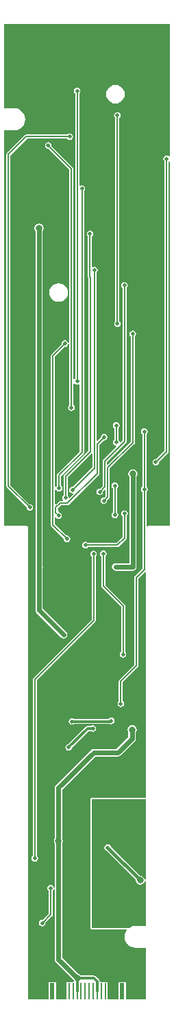
<source format=gbl>
%FSLAX25Y25*%
%MOIN*%
G70*
G01*
G75*
G04 Layer_Physical_Order=2*
G04 Layer_Color=16711680*
%ADD10R,0.03543X0.03150*%
%ADD11R,0.03543X0.03150*%
%ADD12R,0.03150X0.03543*%
%ADD13R,0.03150X0.03543*%
%ADD14R,0.02756X0.02362*%
%ADD15R,0.02362X0.02756*%
%ADD16R,0.02165X0.02559*%
%ADD17R,0.03150X0.02559*%
%ADD18R,0.13386X0.02756*%
%ADD19R,0.07480X0.06299*%
%ADD20R,0.01575X0.03937*%
%ADD21R,0.07874X0.10000*%
%ADD22R,0.02756X0.06102*%
%ADD23R,0.02756X0.13386*%
%ADD24R,0.06299X0.07480*%
%ADD25R,0.03150X0.03937*%
%ADD26C,0.05906*%
%ADD27R,0.05118X0.15748*%
%ADD28R,0.02362X0.00787*%
%ADD29R,0.03150X0.00787*%
%ADD30R,0.00787X0.02362*%
%ADD31R,0.00787X0.03150*%
%ADD32R,0.05118X0.05118*%
%ADD33R,0.01063X0.07874*%
%ADD34R,0.02362X0.07874*%
%ADD35R,0.01181X0.07874*%
%ADD36O,0.01181X0.07874*%
%ADD37R,0.02559X0.02165*%
%ADD38R,0.03937X0.03150*%
%ADD39C,0.00787*%
%ADD40C,0.01181*%
%ADD41C,0.01000*%
%ADD42C,0.02362*%
%ADD43C,0.01575*%
%ADD44C,0.01969*%
%ADD45C,0.03150*%
G36*
X81674Y-64995D02*
X81214Y-65302D01*
X80693Y-64954D01*
X80079Y-64831D01*
X79464Y-64954D01*
X78943Y-65302D01*
X78595Y-65823D01*
X78473Y-66437D01*
X78595Y-67052D01*
X78943Y-67572D01*
X79075Y-67660D01*
Y-208403D01*
X74996Y-212483D01*
X74810Y-212446D01*
X74195Y-212568D01*
X73675Y-212916D01*
X73327Y-213437D01*
X73204Y-214052D01*
X73327Y-214666D01*
X73675Y-215187D01*
X74195Y-215535D01*
X74810Y-215657D01*
X75424Y-215535D01*
X75945Y-215187D01*
X76293Y-214666D01*
X76416Y-214052D01*
X76391Y-213926D01*
X80788Y-209528D01*
X81006Y-209203D01*
X81082Y-208819D01*
X81082Y-208819D01*
X81082Y-208819D01*
Y-208819D01*
Y-68015D01*
X81523Y-67779D01*
X81674Y-67879D01*
Y-245060D01*
X70866D01*
X70642Y-245104D01*
X70256Y-244787D01*
Y-228428D01*
X70387Y-228340D01*
X70735Y-227819D01*
X70858Y-227205D01*
X70735Y-226590D01*
X70387Y-226069D01*
X70256Y-225981D01*
Y-200397D01*
X70387Y-200309D01*
X70735Y-199788D01*
X70858Y-199173D01*
X70735Y-198559D01*
X70387Y-198038D01*
X69866Y-197690D01*
X69252Y-197568D01*
X68638Y-197690D01*
X68117Y-198038D01*
X67769Y-198559D01*
X67646Y-199173D01*
X67769Y-199788D01*
X68117Y-200309D01*
X68248Y-200397D01*
Y-225981D01*
X68117Y-226069D01*
X67769Y-226590D01*
X67646Y-227205D01*
X67769Y-227819D01*
X68117Y-228340D01*
X68248Y-228428D01*
Y-265765D01*
X64645Y-269369D01*
X64427Y-269695D01*
X64351Y-270079D01*
X64351Y-270079D01*
X64351D01*
X64351Y-270079D01*
X64351D01*
Y-312478D01*
X57066Y-319763D01*
X56849Y-320088D01*
X56772Y-320472D01*
X56772Y-320472D01*
X56772D01*
X56772Y-320472D01*
X56772D01*
Y-330273D01*
X56640Y-330361D01*
X56292Y-330882D01*
X56170Y-331496D01*
X56292Y-332111D01*
X56640Y-332631D01*
X57161Y-332979D01*
X57776Y-333102D01*
X58390Y-332979D01*
X58911Y-332631D01*
X59259Y-332111D01*
X59381Y-331496D01*
X59259Y-330882D01*
X58911Y-330361D01*
X58779Y-330273D01*
Y-320888D01*
X66064Y-313603D01*
X66281Y-313278D01*
X66358Y-312894D01*
X66358Y-312894D01*
X66358Y-312894D01*
Y-312894D01*
Y-270494D01*
X69401Y-267452D01*
X69863Y-267643D01*
Y-377313D01*
X43504D01*
X43052Y-377501D01*
X42865Y-377953D01*
Y-440551D01*
X43052Y-441003D01*
X43504Y-441190D01*
X60529D01*
X60750Y-441639D01*
X60318Y-442202D01*
X59782Y-443495D01*
X59600Y-444882D01*
X59782Y-446270D01*
X60318Y-447563D01*
X61170Y-448673D01*
X62280Y-449525D01*
X63573Y-450060D01*
X64961Y-450243D01*
Y-450216D01*
X69863D01*
Y-475375D01*
X60210D01*
Y-466812D01*
X56666D01*
Y-475375D01*
X51410D01*
Y-466812D01*
X48673D01*
X47556Y-466589D01*
X47464Y-466128D01*
X47203Y-465737D01*
X47203Y-465737D01*
X45496Y-464030D01*
X45105Y-463769D01*
X44644Y-463678D01*
X44644Y-463678D01*
X38360D01*
X38122Y-463321D01*
X37406Y-462842D01*
X36994Y-462760D01*
X29287Y-455053D01*
Y-399221D01*
X29480Y-398931D01*
X29648Y-398087D01*
X29480Y-397242D01*
X29287Y-396952D01*
Y-373110D01*
X45315Y-357082D01*
X56417D01*
X57109Y-356944D01*
X57695Y-356553D01*
X64565Y-349683D01*
X64956Y-349097D01*
X65094Y-348406D01*
X65094Y-348406D01*
X65094Y-348406D01*
Y-348406D01*
Y-345289D01*
X65327Y-344939D01*
X65495Y-344094D01*
X65327Y-343250D01*
X64849Y-342533D01*
X64132Y-342055D01*
X63287Y-341887D01*
X62442Y-342055D01*
X61726Y-342533D01*
X61248Y-343250D01*
X61080Y-344094D01*
X61248Y-344939D01*
X61481Y-345289D01*
Y-347657D01*
X55669Y-353469D01*
X44567D01*
X43876Y-353607D01*
X43290Y-353998D01*
X26203Y-371085D01*
X25811Y-371671D01*
X25674Y-372362D01*
X25674Y-372362D01*
X25674D01*
X25674Y-372362D01*
X25674D01*
Y-396833D01*
X25401Y-397242D01*
X25233Y-398087D01*
X25401Y-398931D01*
X25674Y-399340D01*
Y-420854D01*
X25176Y-420903D01*
X25106Y-420547D01*
X24757Y-420026D01*
X24237Y-419678D01*
X23622Y-419556D01*
X23008Y-419678D01*
X22487Y-420026D01*
X22139Y-420547D01*
X22016Y-421161D01*
X22139Y-421776D01*
X22487Y-422297D01*
X22618Y-422385D01*
Y-433639D01*
X19644Y-436614D01*
X19488Y-436583D01*
X18874Y-436706D01*
X18353Y-437054D01*
X18005Y-437574D01*
X17883Y-438189D01*
X18005Y-438803D01*
X18353Y-439324D01*
X18874Y-439672D01*
X19488Y-439795D01*
X20103Y-439672D01*
X20624Y-439324D01*
X20972Y-438803D01*
X21094Y-438189D01*
X21063Y-438033D01*
X24332Y-434765D01*
X24549Y-434439D01*
X24626Y-434055D01*
X24626Y-434055D01*
X24626Y-434055D01*
Y-434055D01*
Y-422385D01*
X24757Y-422297D01*
X25106Y-421776D01*
X25176Y-421419D01*
X25674Y-421469D01*
Y-455801D01*
X25674Y-455801D01*
X25674D01*
X25811Y-456493D01*
X26203Y-457079D01*
X34439Y-465315D01*
X34521Y-465727D01*
X34952Y-466371D01*
X34716Y-466812D01*
X31450D01*
Y-475375D01*
X26194D01*
Y-466812D01*
X22650D01*
Y-475375D01*
X12815D01*
Y-246063D01*
X12738Y-245679D01*
X12521Y-245354D01*
X12195Y-245136D01*
X11811Y-245060D01*
X1003D01*
Y-52578D01*
X5906D01*
Y-52605D01*
X7293Y-52422D01*
X8586Y-51887D01*
X9696Y-51035D01*
X10548Y-49924D01*
X11084Y-48632D01*
X11266Y-47244D01*
X11084Y-45857D01*
X10548Y-44564D01*
X9696Y-43453D01*
X8586Y-42601D01*
X7293Y-42066D01*
X5906Y-41883D01*
Y-41910D01*
X1003D01*
Y-1003D01*
X81674D01*
Y-64995D01*
D02*
G37*
G36*
X69863Y-416834D02*
X69365Y-416883D01*
X69292Y-416515D01*
X68813Y-415799D01*
X68097Y-415320D01*
X67252Y-415152D01*
X67068Y-415189D01*
X52891Y-401012D01*
X52861Y-400862D01*
X52513Y-400341D01*
X51992Y-399993D01*
X51378Y-399871D01*
X50763Y-399993D01*
X50243Y-400341D01*
X49894Y-400862D01*
X49772Y-401476D01*
X49894Y-402091D01*
X50243Y-402612D01*
X50763Y-402960D01*
X50890Y-402985D01*
X65081Y-417176D01*
X65044Y-417360D01*
X65213Y-418205D01*
X65691Y-418921D01*
X66407Y-419400D01*
X67252Y-419568D01*
X68097Y-419400D01*
X68813Y-418921D01*
X69292Y-418205D01*
X69365Y-417837D01*
X69863Y-417886D01*
Y-439548D01*
X64961D01*
Y-439521D01*
X63573Y-439704D01*
X62280Y-440239D01*
X61874Y-440551D01*
X43504D01*
Y-377953D01*
X69863D01*
Y-416834D01*
D02*
G37*
%LPC*%
G36*
X17992Y-98028D02*
X17147Y-98197D01*
X16431Y-98675D01*
X15952Y-99391D01*
X15784Y-100236D01*
X15952Y-101081D01*
X16186Y-101430D01*
Y-265015D01*
Y-286004D01*
X16186Y-286004D01*
X16186D01*
X16323Y-286695D01*
X16715Y-287281D01*
X28644Y-299210D01*
X29230Y-299602D01*
X29921Y-299739D01*
X30612Y-299602D01*
X31199Y-299210D01*
X31590Y-298624D01*
X31728Y-297933D01*
X31590Y-297242D01*
X31199Y-296656D01*
X19798Y-285256D01*
Y-265252D01*
X19838Y-265054D01*
X19798Y-264856D01*
Y-101430D01*
X20032Y-101081D01*
X20200Y-100236D01*
X20032Y-99391D01*
X19553Y-98675D01*
X18837Y-98197D01*
X17992Y-98028D01*
D02*
G37*
G36*
X63661Y-217452D02*
X62817Y-217620D01*
X62100Y-218098D01*
X61622Y-218814D01*
X61454Y-219659D01*
X61622Y-220504D01*
X61855Y-220853D01*
Y-263154D01*
X55197D01*
X54506Y-263292D01*
X53920Y-263683D01*
X53528Y-264269D01*
X53391Y-264961D01*
X53528Y-265652D01*
X53920Y-266238D01*
X54506Y-266630D01*
X55197Y-266767D01*
X63661D01*
X64353Y-266630D01*
X64939Y-266238D01*
X65330Y-265652D01*
X65468Y-264961D01*
Y-220853D01*
X65701Y-220504D01*
X65869Y-219659D01*
X65701Y-218814D01*
X65223Y-218098D01*
X64506Y-217620D01*
X63661Y-217452D01*
D02*
G37*
G36*
X59606Y-237410D02*
X58992Y-237532D01*
X58471Y-237880D01*
X58123Y-238401D01*
X58001Y-239016D01*
X58123Y-239630D01*
X58471Y-240151D01*
X58603Y-240239D01*
Y-250458D01*
X55734Y-253327D01*
X41775D01*
X41686Y-253195D01*
X41166Y-252847D01*
X40551Y-252725D01*
X39937Y-252847D01*
X39416Y-253195D01*
X39068Y-253716D01*
X38945Y-254331D01*
X39068Y-254945D01*
X39416Y-255466D01*
X39937Y-255814D01*
X40551Y-255936D01*
X41166Y-255814D01*
X41686Y-255466D01*
X41775Y-255334D01*
X56149D01*
X56533Y-255258D01*
X56859Y-255040D01*
X60316Y-251583D01*
X60461Y-251366D01*
X60533Y-251258D01*
X60610Y-250874D01*
Y-240239D01*
X60742Y-240151D01*
X61090Y-239630D01*
X61212Y-239016D01*
X61090Y-238401D01*
X60742Y-237880D01*
X60221Y-237532D01*
X59606Y-237410D01*
D02*
G37*
G36*
X49213Y-256938D02*
X48598Y-257060D01*
X48077Y-257408D01*
X47729Y-257929D01*
X47607Y-258543D01*
X47729Y-259158D01*
X48077Y-259679D01*
X48209Y-259767D01*
Y-274213D01*
X48209Y-274213D01*
X48209D01*
X48285Y-274597D01*
X48503Y-274922D01*
X57953Y-284372D01*
Y-306191D01*
X57723Y-306345D01*
X57375Y-306866D01*
X57253Y-307480D01*
X57375Y-308095D01*
X57723Y-308616D01*
X58244Y-308964D01*
X58858Y-309086D01*
X59473Y-308964D01*
X59994Y-308616D01*
X60342Y-308095D01*
X60464Y-307480D01*
X60342Y-306866D01*
X59994Y-306345D01*
X59960Y-306323D01*
Y-283963D01*
X59961Y-283958D01*
X59885Y-283574D01*
X59667Y-283248D01*
X59667Y-283248D01*
X50216Y-273797D01*
Y-259767D01*
X50348Y-259679D01*
X50696Y-259158D01*
X50818Y-258543D01*
X50696Y-257929D01*
X50348Y-257408D01*
X49827Y-257060D01*
X49213Y-256938D01*
D02*
G37*
G36*
X44488Y-256957D02*
X43874Y-257080D01*
X43353Y-257428D01*
X43005Y-257948D01*
X42882Y-258563D01*
X43005Y-259177D01*
X43353Y-259698D01*
X43485Y-259787D01*
Y-290529D01*
X15250Y-318763D01*
X15033Y-319089D01*
X14956Y-319473D01*
Y-405459D01*
X14825Y-405547D01*
X14477Y-406068D01*
X14354Y-406682D01*
X14477Y-407297D01*
X14825Y-407818D01*
X15346Y-408166D01*
X15960Y-408288D01*
X16575Y-408166D01*
X17095Y-407818D01*
X17443Y-407297D01*
X17566Y-406682D01*
X17443Y-406068D01*
X17095Y-405547D01*
X16963Y-405459D01*
Y-319889D01*
X45198Y-291654D01*
X45343Y-291437D01*
X45415Y-291329D01*
X45492Y-290945D01*
Y-259787D01*
X45624Y-259698D01*
X45972Y-259177D01*
X46094Y-258563D01*
X45972Y-257948D01*
X45624Y-257428D01*
X45103Y-257080D01*
X44488Y-256957D01*
D02*
G37*
G36*
X44201Y-341934D02*
X43586Y-342057D01*
X43169Y-342336D01*
X41499D01*
X41039Y-342427D01*
X40882Y-342532D01*
X40648Y-342688D01*
X40648Y-342688D01*
X32220Y-351116D01*
X31727Y-351214D01*
X31206Y-351562D01*
X30858Y-352083D01*
X30736Y-352698D01*
X30858Y-353312D01*
X31206Y-353833D01*
X31727Y-354181D01*
X32342Y-354303D01*
X32956Y-354181D01*
X33477Y-353833D01*
X33825Y-353312D01*
X33923Y-352819D01*
X41998Y-344744D01*
X43169D01*
X43586Y-345023D01*
X44201Y-345146D01*
X44815Y-345023D01*
X45336Y-344675D01*
X45684Y-344155D01*
X45807Y-343540D01*
X45684Y-342926D01*
X45336Y-342405D01*
X44815Y-342057D01*
X44201Y-341934D01*
D02*
G37*
G36*
X53059Y-338194D02*
X52445Y-338316D01*
X51924Y-338665D01*
X51771Y-338894D01*
X35042D01*
X34624Y-338614D01*
X34010Y-338492D01*
X33395Y-338614D01*
X32875Y-338962D01*
X32527Y-339483D01*
X32404Y-340098D01*
X32527Y-340712D01*
X32875Y-341233D01*
X33395Y-341581D01*
X34010Y-341704D01*
X34624Y-341581D01*
X35042Y-341302D01*
X52539D01*
X53059Y-341406D01*
X53674Y-341283D01*
X54194Y-340935D01*
X54543Y-340414D01*
X54665Y-339800D01*
X54543Y-339185D01*
X54194Y-338665D01*
X53674Y-338316D01*
X53059Y-338194D01*
D02*
G37*
G36*
X27559Y-126929D02*
X26377Y-127085D01*
X25276Y-127541D01*
X24330Y-128267D01*
X23604Y-129213D01*
X23148Y-130314D01*
X22992Y-131496D01*
X23148Y-132678D01*
X23604Y-133779D01*
X24330Y-134725D01*
X25276Y-135451D01*
X26377Y-135907D01*
X27559Y-136063D01*
X28741Y-135907D01*
X29842Y-135451D01*
X30788Y-134725D01*
X31514Y-133779D01*
X31970Y-132678D01*
X32126Y-131496D01*
X31970Y-130314D01*
X31514Y-129213D01*
X30788Y-128267D01*
X29842Y-127541D01*
X28741Y-127085D01*
X27559Y-126929D01*
D02*
G37*
G36*
X56063Y-43768D02*
X55449Y-43891D01*
X54928Y-44239D01*
X54580Y-44760D01*
X54457Y-45374D01*
X54580Y-45989D01*
X54928Y-46509D01*
X55059Y-46597D01*
Y-123110D01*
X55097Y-123296D01*
Y-145476D01*
X54965Y-145565D01*
X54617Y-146086D01*
X54494Y-146700D01*
X54617Y-147315D01*
X54965Y-147835D01*
X55485Y-148183D01*
X56100Y-148306D01*
X56714Y-148183D01*
X57235Y-147835D01*
X57583Y-147315D01*
X57706Y-146700D01*
X57583Y-146086D01*
X57235Y-145565D01*
X57104Y-145476D01*
Y-123147D01*
X57067Y-122961D01*
Y-46597D01*
X57198Y-46509D01*
X57546Y-45989D01*
X57669Y-45374D01*
X57546Y-44760D01*
X57198Y-44239D01*
X56677Y-43891D01*
X56063Y-43768D01*
D02*
G37*
G36*
X55118Y-30473D02*
X53936Y-30628D01*
X52835Y-31085D01*
X51889Y-31810D01*
X51163Y-32756D01*
X50707Y-33858D01*
X50551Y-35039D01*
X50707Y-36221D01*
X51163Y-37323D01*
X51889Y-38269D01*
X52835Y-38994D01*
X53936Y-39450D01*
X55118Y-39606D01*
X56300Y-39450D01*
X57402Y-38994D01*
X58347Y-38269D01*
X59073Y-37323D01*
X59529Y-36221D01*
X59685Y-35039D01*
X59529Y-33858D01*
X59073Y-32756D01*
X58347Y-31810D01*
X57402Y-31085D01*
X56300Y-30628D01*
X55118Y-30473D01*
D02*
G37*
G36*
X32913Y-54103D02*
X32299Y-54225D01*
X31778Y-54573D01*
X31690Y-54705D01*
X11772D01*
X11388Y-54782D01*
X11280Y-54854D01*
X11062Y-54999D01*
X2401Y-63661D01*
X2183Y-63986D01*
X2107Y-64370D01*
Y-225630D01*
X2107Y-225630D01*
X2107D01*
X2183Y-226014D01*
X2401Y-226340D01*
X11929Y-235868D01*
X11898Y-236024D01*
X12021Y-236638D01*
X12369Y-237159D01*
X12890Y-237507D01*
X13504Y-237629D01*
X14119Y-237507D01*
X14639Y-237159D01*
X14988Y-236638D01*
X15110Y-236024D01*
X14988Y-235409D01*
X14639Y-234888D01*
X14119Y-234540D01*
X13504Y-234418D01*
X13349Y-234449D01*
X4114Y-225214D01*
Y-64786D01*
X12187Y-56712D01*
X31690D01*
X31778Y-56844D01*
X32299Y-57192D01*
X32913Y-57314D01*
X33528Y-57192D01*
X34049Y-56844D01*
X34397Y-56323D01*
X34519Y-55709D01*
X34397Y-55094D01*
X34049Y-54573D01*
X33528Y-54225D01*
X32913Y-54103D01*
D02*
G37*
G36*
X54921Y-223867D02*
X54307Y-223989D01*
X53786Y-224337D01*
X53438Y-224858D01*
X53316Y-225472D01*
X53438Y-226087D01*
X53786Y-226608D01*
X53918Y-226696D01*
Y-238383D01*
X53786Y-238471D01*
X53438Y-238992D01*
X53316Y-239606D01*
X53438Y-240221D01*
X53786Y-240742D01*
X54307Y-241090D01*
X54921Y-241212D01*
X55536Y-241090D01*
X56057Y-240742D01*
X56405Y-240221D01*
X56527Y-239606D01*
X56405Y-238992D01*
X56057Y-238471D01*
X55925Y-238383D01*
Y-226696D01*
X56057Y-226608D01*
X56405Y-226087D01*
X56527Y-225472D01*
X56405Y-224858D01*
X56057Y-224337D01*
X55536Y-223989D01*
X54921Y-223867D01*
D02*
G37*
G36*
X59595Y-126415D02*
X58981Y-126537D01*
X58460Y-126885D01*
X58112Y-127406D01*
X57990Y-128021D01*
X58112Y-128635D01*
X58460Y-129156D01*
X58592Y-129244D01*
Y-203403D01*
X57649Y-204346D01*
X57170Y-204201D01*
X57074Y-203716D01*
X56726Y-203195D01*
X56594Y-203107D01*
Y-197405D01*
X56726Y-197317D01*
X57074Y-196796D01*
X57196Y-196181D01*
X57074Y-195567D01*
X56726Y-195046D01*
X56205Y-194698D01*
X55590Y-194576D01*
X54976Y-194698D01*
X54455Y-195046D01*
X54107Y-195567D01*
X53985Y-196181D01*
X54107Y-196796D01*
X54455Y-197317D01*
X54587Y-197405D01*
Y-203107D01*
X54455Y-203195D01*
X54107Y-203716D01*
X53985Y-204331D01*
X54107Y-204945D01*
X54455Y-205466D01*
X54976Y-205814D01*
X55461Y-205911D01*
X55606Y-206389D01*
X49290Y-212705D01*
X49073Y-213030D01*
X48996Y-213414D01*
Y-225569D01*
X47675Y-226890D01*
X47520Y-226859D01*
X46905Y-226981D01*
X46384Y-227329D01*
X46036Y-227850D01*
X45914Y-228465D01*
X46036Y-229079D01*
X46384Y-229600D01*
X46905Y-229948D01*
X47520Y-230070D01*
X48134Y-229948D01*
X48655Y-229600D01*
X49003Y-229079D01*
X49125Y-228465D01*
X49094Y-228309D01*
X49913Y-227491D01*
X50374Y-227682D01*
Y-230446D01*
X49642Y-231179D01*
X49486Y-231148D01*
X48872Y-231270D01*
X48351Y-231618D01*
X48003Y-232139D01*
X47881Y-232754D01*
X48003Y-233368D01*
X48351Y-233889D01*
X48872Y-234237D01*
X49486Y-234360D01*
X50101Y-234237D01*
X50621Y-233889D01*
X50970Y-233368D01*
X51092Y-232754D01*
X51061Y-232598D01*
X52087Y-231572D01*
X52233Y-231354D01*
X52305Y-231246D01*
X52381Y-230862D01*
Y-217069D01*
X64332Y-205119D01*
X64549Y-204794D01*
X64562Y-204730D01*
X64626Y-204409D01*
Y-152838D01*
X64757Y-152750D01*
X65105Y-152229D01*
X65228Y-151614D01*
X65105Y-151000D01*
X64757Y-150479D01*
X64236Y-150131D01*
X63622Y-150008D01*
X63008Y-150131D01*
X62487Y-150479D01*
X62139Y-151000D01*
X62016Y-151614D01*
X62139Y-152229D01*
X62487Y-152750D01*
X62618Y-152838D01*
Y-203994D01*
X51465Y-215147D01*
X51003Y-214955D01*
Y-213830D01*
X60305Y-204528D01*
X60523Y-204203D01*
X60599Y-203819D01*
X60599Y-203819D01*
X60599Y-203819D01*
Y-203819D01*
Y-129244D01*
X60731Y-129156D01*
X61079Y-128635D01*
X61201Y-128021D01*
X61079Y-127406D01*
X60731Y-126885D01*
X60210Y-126537D01*
X59595Y-126415D01*
D02*
G37*
G36*
X36496Y-31898D02*
X35882Y-32021D01*
X35361Y-32369D01*
X35013Y-32890D01*
X34890Y-33504D01*
X35013Y-34118D01*
X35361Y-34639D01*
X35493Y-34727D01*
Y-173419D01*
X35091Y-173717D01*
X34744Y-173612D01*
Y-71260D01*
X34680Y-70939D01*
X34667Y-70876D01*
X34450Y-70550D01*
X24055Y-60155D01*
X24086Y-60000D01*
X23964Y-59386D01*
X23616Y-58865D01*
X23095Y-58517D01*
X22480Y-58394D01*
X21866Y-58517D01*
X21345Y-58865D01*
X20997Y-59386D01*
X20875Y-60000D01*
X20997Y-60615D01*
X21345Y-61135D01*
X21866Y-61483D01*
X22480Y-61606D01*
X22636Y-61575D01*
X32737Y-71675D01*
Y-186296D01*
X32605Y-186384D01*
X32257Y-186905D01*
X32135Y-187520D01*
X32257Y-188134D01*
X32605Y-188655D01*
X33126Y-189003D01*
X33740Y-189125D01*
X34355Y-189003D01*
X34876Y-188655D01*
X35224Y-188134D01*
X35346Y-187520D01*
X35224Y-186905D01*
X34876Y-186384D01*
X34744Y-186296D01*
Y-175758D01*
X35222Y-175613D01*
X35361Y-175820D01*
X35882Y-176169D01*
X36496Y-176291D01*
X37110Y-176169D01*
X37374Y-175992D01*
X37815Y-176228D01*
Y-208836D01*
X27007Y-219645D01*
X26789Y-219970D01*
X26713Y-220354D01*
Y-225469D01*
X26581Y-225557D01*
X26246Y-226060D01*
X25767Y-225914D01*
Y-162552D01*
X30444Y-157875D01*
X30600Y-157906D01*
X31214Y-157783D01*
X31735Y-157435D01*
X32083Y-156914D01*
X32206Y-156300D01*
X32083Y-155685D01*
X31735Y-155165D01*
X31214Y-154817D01*
X30600Y-154694D01*
X29985Y-154817D01*
X29465Y-155165D01*
X29117Y-155685D01*
X28994Y-156300D01*
X29025Y-156456D01*
X24054Y-161427D01*
X23837Y-161752D01*
X23760Y-162136D01*
Y-244488D01*
X23760Y-244488D01*
X23760D01*
X23837Y-244872D01*
X24054Y-245198D01*
X30000Y-251144D01*
X29969Y-251299D01*
X30091Y-251914D01*
X30439Y-252435D01*
X30960Y-252783D01*
X31575Y-252905D01*
X32189Y-252783D01*
X32710Y-252435D01*
X33058Y-251914D01*
X33180Y-251299D01*
X33058Y-250685D01*
X32710Y-250164D01*
X32189Y-249816D01*
X31575Y-249694D01*
X31419Y-249725D01*
X25767Y-244073D01*
Y-241034D01*
X26246Y-240889D01*
X26384Y-241096D01*
X26905Y-241444D01*
X27520Y-241566D01*
X28134Y-241444D01*
X28655Y-241096D01*
X29003Y-240575D01*
X29125Y-239961D01*
X29003Y-239346D01*
X28655Y-238825D01*
X28134Y-238477D01*
X27520Y-238355D01*
X27145Y-236472D01*
Y-236439D01*
X28644Y-234941D01*
X31811D01*
X32195Y-234864D01*
X32521Y-234647D01*
X47048Y-220119D01*
X47266Y-219794D01*
X47278Y-219730D01*
X47342Y-219409D01*
Y-205534D01*
X49490Y-203386D01*
X49646Y-203417D01*
X50260Y-203294D01*
X50781Y-202946D01*
X51129Y-202426D01*
X51251Y-201811D01*
X51129Y-201197D01*
X50781Y-200676D01*
X50260Y-200328D01*
X49646Y-200205D01*
X49031Y-200328D01*
X48510Y-200676D01*
X48162Y-201197D01*
X48040Y-201811D01*
X48071Y-201967D01*
X46426Y-203611D01*
X45964Y-203420D01*
Y-121853D01*
X46096Y-121765D01*
X46444Y-121244D01*
X46566Y-120630D01*
X46444Y-120016D01*
X46096Y-119495D01*
X45575Y-119147D01*
X44961Y-119024D01*
X44346Y-119147D01*
X44240Y-119218D01*
X43799Y-118982D01*
Y-104216D01*
X43931Y-104128D01*
X44279Y-103607D01*
X44401Y-102992D01*
X44279Y-102378D01*
X43931Y-101857D01*
X43410Y-101509D01*
X42795Y-101386D01*
X42181Y-101509D01*
X41660Y-101857D01*
X41312Y-102378D01*
X41190Y-102992D01*
X41312Y-103607D01*
X41660Y-104128D01*
X41792Y-104216D01*
Y-123791D01*
X41868Y-124175D01*
X41870Y-124179D01*
Y-208403D01*
X30117Y-220157D01*
X29900Y-220482D01*
X29823Y-220866D01*
Y-230154D01*
X29691Y-230243D01*
X29343Y-230764D01*
X29221Y-231378D01*
X29343Y-231992D01*
X29678Y-232492D01*
X29566Y-232700D01*
X29411Y-232933D01*
X28228D01*
X27908Y-232997D01*
X27844Y-233010D01*
X27519Y-233227D01*
X26229Y-234517D01*
X25767Y-234326D01*
Y-227471D01*
X26246Y-227326D01*
X26581Y-227828D01*
X27102Y-228176D01*
X27716Y-228299D01*
X28331Y-228176D01*
X28852Y-227828D01*
X29200Y-227307D01*
X29322Y-226693D01*
X29200Y-226079D01*
X28852Y-225557D01*
X28720Y-225469D01*
Y-220770D01*
X39529Y-209962D01*
X39746Y-209636D01*
X39822Y-209252D01*
Y-82208D01*
X39954Y-82120D01*
X40302Y-81599D01*
X40424Y-80984D01*
X40302Y-80370D01*
X39954Y-79849D01*
X39433Y-79501D01*
X38819Y-79379D01*
X38204Y-79501D01*
X37941Y-79677D01*
X37500Y-79441D01*
Y-34727D01*
X37631Y-34639D01*
X37980Y-34118D01*
X38102Y-33504D01*
X37980Y-32890D01*
X37631Y-32369D01*
X37110Y-32021D01*
X36496Y-31898D01*
D02*
G37*
%LPD*%
G36*
X43957Y-209808D02*
Y-216361D01*
X34351Y-225967D01*
X34195Y-225936D01*
X33581Y-226058D01*
X33060Y-226406D01*
X32712Y-226927D01*
X32590Y-227542D01*
X32712Y-228156D01*
X33060Y-228677D01*
X33581Y-229025D01*
X34195Y-229147D01*
X34582Y-229070D01*
X34817Y-229511D01*
X32893Y-231435D01*
X32415Y-231290D01*
X32310Y-230764D01*
X31962Y-230243D01*
X31830Y-230154D01*
Y-221282D01*
X43495Y-209617D01*
X43957Y-209808D01*
D02*
G37*
D33*
X30603Y-471340D02*
D03*
X32572D02*
D03*
X34540D02*
D03*
X36509D02*
D03*
X38477D02*
D03*
X40446D02*
D03*
X52257D02*
D03*
X50288D02*
D03*
X48320D02*
D03*
X46351D02*
D03*
X44383D02*
D03*
X42414D02*
D03*
D34*
X24422D02*
D03*
X58438D02*
D03*
D39*
X23622Y-434055D02*
Y-421161D01*
X19488Y-438189D02*
X23622Y-434055D01*
X65354Y-270079D02*
X69252Y-266181D01*
X65354Y-312894D02*
Y-270079D01*
X57776Y-320472D02*
X65354Y-312894D01*
X69252Y-266181D02*
Y-227205D01*
X57776Y-331496D02*
Y-320472D01*
X58957Y-307480D02*
Y-283959D01*
X58958Y-283958D01*
X40551Y-254331D02*
X56149D01*
X59606Y-250874D01*
X44488Y-290945D02*
Y-258563D01*
X15960Y-319473D02*
X44488Y-290945D01*
X15960Y-406682D02*
Y-319473D01*
X56100Y-146700D02*
Y-123147D01*
X24764Y-162136D02*
X30600Y-156300D01*
X24764Y-244488D02*
Y-162136D01*
X49213Y-274213D02*
Y-258543D01*
Y-274213D02*
X58958Y-283958D01*
X49486Y-232754D02*
X51378Y-230862D01*
Y-216653D01*
X63622Y-204409D01*
Y-151614D01*
X47520Y-228465D02*
X50000Y-225984D01*
Y-213414D01*
X59595Y-203819D01*
Y-128021D01*
X54921Y-239606D02*
Y-225472D01*
X59606Y-250874D02*
Y-239016D01*
X69252Y-227205D02*
Y-199173D01*
X34195Y-227542D02*
X44961Y-216776D01*
Y-120630D01*
X80079Y-208819D02*
Y-66437D01*
X74846Y-214052D02*
X80079Y-208819D01*
X74810Y-214052D02*
X74846D01*
X42795Y-123791D02*
X42874Y-123870D01*
X30827Y-220866D02*
X42874Y-208819D01*
Y-123870D01*
X42795Y-123791D02*
Y-102992D01*
X30827Y-231378D02*
Y-220866D01*
X27716Y-226693D02*
Y-220354D01*
X38819Y-209252D01*
Y-80984D01*
X3110Y-225630D02*
X13504Y-236024D01*
X3110Y-225630D02*
Y-64370D01*
X11772Y-55709D01*
X32913D01*
X36496Y-174685D02*
Y-33504D01*
X33740Y-187520D02*
Y-71260D01*
X22480Y-60000D02*
X33740Y-71260D01*
X24764Y-244488D02*
X31575Y-251299D01*
X56063Y-123110D02*
Y-45374D01*
X46339Y-205118D02*
X49646Y-201811D01*
X26142Y-238583D02*
X27520Y-239961D01*
X26142Y-238583D02*
Y-236024D01*
X28228Y-233937D01*
X31811D01*
X46339Y-219409D01*
Y-205118D01*
X55590Y-204331D02*
Y-196181D01*
D40*
X41499Y-343540D02*
X44201D01*
X32342Y-352698D02*
X41499Y-343540D01*
X52761Y-340098D02*
X53059Y-339800D01*
X34010Y-340098D02*
X52761D01*
X36509Y-471340D02*
Y-464934D01*
X36561Y-464882D02*
X44644D01*
X46351Y-466589D01*
Y-471340D02*
Y-466589D01*
D42*
X27480Y-455801D02*
Y-372362D01*
X63287Y-348406D02*
Y-344094D01*
X56417Y-355276D02*
X63287Y-348406D01*
X17992Y-286004D02*
X29921Y-297933D01*
X17992Y-265015D02*
Y-100236D01*
Y-265015D02*
X18032Y-265054D01*
X17992Y-286004D02*
Y-265015D01*
X44567Y-355276D02*
X56417D01*
X27480Y-372362D02*
X44567Y-355276D01*
X63661Y-264961D02*
Y-219659D01*
X55197Y-264961D02*
X63661D01*
X27480Y-455801D02*
X36561Y-464882D01*
D43*
X51378Y-401486D02*
X67252Y-417360D01*
X51378Y-401486D02*
Y-401476D01*
D44*
X23622Y-421161D02*
D03*
X19488Y-438189D02*
D03*
X44201Y-343540D02*
D03*
X32342Y-352698D02*
D03*
X53059Y-339800D02*
D03*
X34010Y-340098D02*
D03*
X57776Y-331496D02*
D03*
X63661Y-264961D02*
D03*
X58858Y-307480D02*
D03*
X29921Y-297933D02*
D03*
X44488Y-258563D02*
D03*
X15960Y-406682D02*
D03*
X80079Y-66437D02*
D03*
X56100Y-146700D02*
D03*
X52700Y-132700D02*
D03*
X62800Y-461299D02*
D03*
X58701D02*
D03*
X31988Y-329823D02*
D03*
X37402Y-356004D02*
D03*
X55197Y-264961D02*
D03*
X57205Y-172283D02*
D03*
X2441Y-15827D02*
D03*
X3268Y-25197D02*
D03*
X19700Y-77000D02*
D03*
X65650Y-59842D02*
D03*
X46024Y-35984D02*
D03*
X53189Y-60984D02*
D03*
X60630Y-81791D02*
D03*
X54016Y-104646D02*
D03*
X5800Y-125100D02*
D03*
X8071Y-161457D02*
D03*
X74016Y-240709D02*
D03*
X62520Y-214134D02*
D03*
X42992Y-214055D02*
D03*
X75945Y-157874D02*
D03*
X40905Y-124764D02*
D03*
X55905Y-258504D02*
D03*
X42224Y-286910D02*
D03*
X31850Y-274252D02*
D03*
X55216Y-322835D02*
D03*
X67874Y-309842D02*
D03*
X62638Y-457087D02*
D03*
X66850Y-457126D02*
D03*
X58701D02*
D03*
X66850Y-461299D02*
D03*
X56201Y-301476D02*
D03*
X36535Y-378283D02*
D03*
X31811Y-396339D02*
D03*
X30709Y-163425D02*
D03*
X30394Y-35512D02*
D03*
X39134Y-240394D02*
D03*
Y-237717D02*
D03*
X41693Y-240394D02*
D03*
Y-237717D02*
D03*
X54921Y-239606D02*
D03*
X59488Y-233740D02*
D03*
X49486Y-232754D02*
D03*
X63622Y-151614D02*
D03*
X47520Y-228465D02*
D03*
X59595Y-128021D02*
D03*
X54921Y-225472D02*
D03*
X49213Y-258543D02*
D03*
X40551Y-254331D02*
D03*
X59606Y-239016D02*
D03*
X69252Y-227205D02*
D03*
Y-199173D02*
D03*
X30827Y-231378D02*
D03*
X34195Y-227542D02*
D03*
X44961Y-120630D02*
D03*
X74810Y-214052D02*
D03*
X42795Y-102992D02*
D03*
X27716Y-226693D02*
D03*
X38819Y-80984D02*
D03*
X13504Y-236024D02*
D03*
X32913Y-55709D02*
D03*
X36496Y-174685D02*
D03*
Y-33504D02*
D03*
X33740Y-187520D02*
D03*
X22480Y-60000D02*
D03*
X31575Y-251299D02*
D03*
X30600Y-156300D02*
D03*
X56063Y-45374D02*
D03*
X34488Y-221890D02*
D03*
X56575Y-247362D02*
D03*
X49646Y-201811D02*
D03*
X27520Y-239961D02*
D03*
X55590Y-204331D02*
D03*
Y-196181D02*
D03*
X46384Y-250506D02*
D03*
X36772Y-253465D02*
D03*
X32953Y-259409D02*
D03*
X33150Y-247835D02*
D03*
X23110Y-257638D02*
D03*
X51378Y-401476D02*
D03*
D45*
X63500Y-397000D02*
D03*
X56700D02*
D03*
X26800Y-462800D02*
D03*
X44173Y-329921D02*
D03*
X49213D02*
D03*
X53839Y-329823D02*
D03*
X27401Y-338579D02*
D03*
X19999Y-338657D02*
D03*
X19882Y-358760D02*
D03*
X63661Y-219659D02*
D03*
X17992Y-100236D02*
D03*
X63287Y-344094D02*
D03*
X27441Y-398087D02*
D03*
X36561Y-464882D02*
D03*
X61378Y-360039D02*
D03*
X56496D02*
D03*
X51300Y-462800D02*
D03*
X47800Y-404900D02*
D03*
X48000Y-430100D02*
D03*
X56100Y-429900D02*
D03*
X51968Y-433268D02*
D03*
X67252Y-417360D02*
D03*
M02*

</source>
